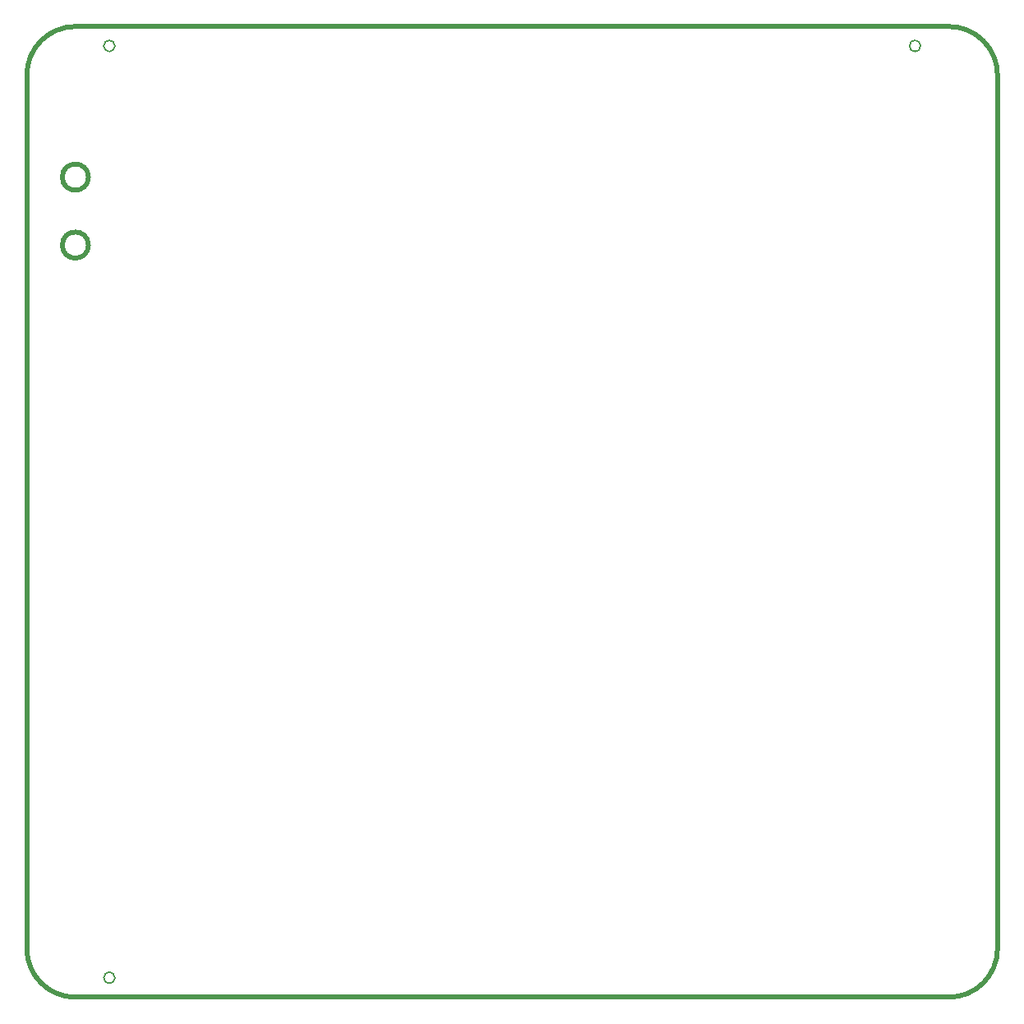
<source format=gm1>
G04 #@! TF.GenerationSoftware,KiCad,Pcbnew,6.0.2+dfsg-1*
G04 #@! TF.CreationDate,2023-06-12T21:26:12+02:00*
G04 #@! TF.ProjectId,Logic_0,4c6f6769-635f-4302-9e6b-696361645f70,rev?*
G04 #@! TF.SameCoordinates,Original*
G04 #@! TF.FileFunction,Profile,NP*
%FSLAX46Y46*%
G04 Gerber Fmt 4.6, Leading zero omitted, Abs format (unit mm)*
G04 Created by KiCad (PCBNEW 6.0.2+dfsg-1) date 2023-06-12 21:26:12*
%MOMM*%
%LPD*%
G01*
G04 APERTURE LIST*
G04 #@! TA.AperFunction,Profile*
%ADD10C,0.500000*%
G04 #@! TD*
G04 #@! TA.AperFunction,Profile*
%ADD11C,0.200000*%
G04 #@! TD*
G04 APERTURE END LIST*
D10*
X30000000Y-140000000D02*
X30000000Y-50000000D01*
X125000000Y-145000000D02*
G75*
G03*
X130000000Y-140000000I0J5000000D01*
G01*
X125000000Y-145000000D02*
X35000000Y-145000000D01*
X35000000Y-45000000D02*
X125000000Y-45000000D01*
D11*
X39076000Y-143000000D02*
G75*
G03*
X39076000Y-143000000I-576000J0D01*
G01*
D10*
X130000000Y-50000000D02*
X130000000Y-140000000D01*
D11*
X39076000Y-47000000D02*
G75*
G03*
X39076000Y-47000000I-576000J0D01*
G01*
D10*
X35000000Y-45000000D02*
G75*
G03*
X30000000Y-50000000I0J-5000000D01*
G01*
X30000000Y-140000000D02*
G75*
G03*
X35000000Y-145000000I5000000J0D01*
G01*
X130000000Y-50000000D02*
G75*
G03*
X125000000Y-45000000I-5000000J0D01*
G01*
D11*
X122076000Y-47000000D02*
G75*
G03*
X122076000Y-47000000I-576000J0D01*
G01*
D10*
X36345362Y-60515000D02*
G75*
G03*
X36345362Y-60515000I-1345362J0D01*
G01*
X36345362Y-67515000D02*
G75*
G03*
X36345362Y-67515000I-1345362J0D01*
G01*
M02*

</source>
